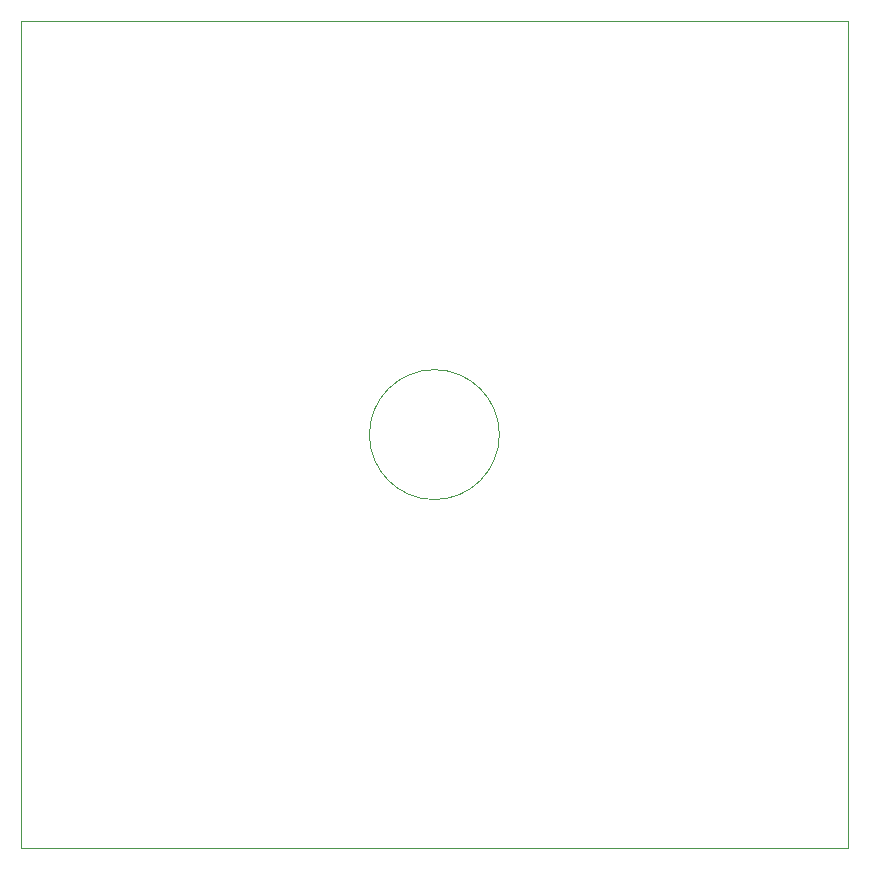
<source format=gbr>
G04 #@! TF.GenerationSoftware,KiCad,Pcbnew,5.1.2*
G04 #@! TF.CreationDate,2019-07-25T13:40:02+02:00*
G04 #@! TF.ProjectId,junction,6a756e63-7469-46f6-9e2e-6b696361645f,rev?*
G04 #@! TF.SameCoordinates,Original*
G04 #@! TF.FileFunction,Profile,NP*
%FSLAX46Y46*%
G04 Gerber Fmt 4.6, Leading zero omitted, Abs format (unit mm)*
G04 Created by KiCad (PCBNEW 5.1.2) date 2019-07-25 13:40:02*
%MOMM*%
%LPD*%
G04 APERTURE LIST*
%ADD10C,0.050000*%
G04 APERTURE END LIST*
D10*
X40500000Y-35000000D02*
G75*
G03X40500000Y-35000000I-5500000J0D01*
G01*
X70000000Y0D02*
X70000000Y-70000000D01*
X0Y-70000000D02*
X70000000Y-70000000D01*
X0Y-70000000D02*
X0Y0D01*
X0Y0D02*
X70000000Y0D01*
M02*

</source>
